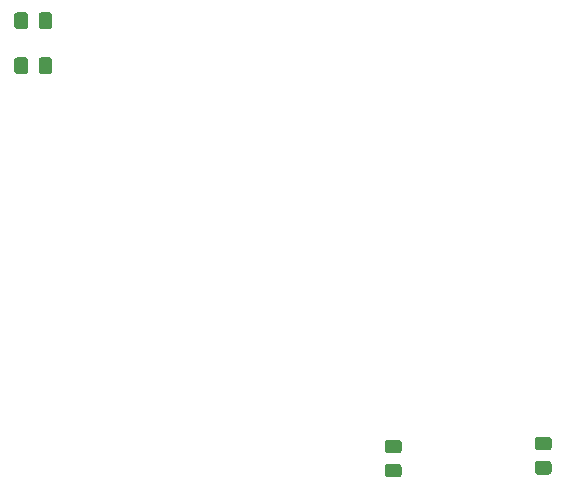
<source format=gbr>
%TF.GenerationSoftware,KiCad,Pcbnew,5.1.5-1.fc31*%
%TF.CreationDate,2020-04-02T16:35:23+02:00*%
%TF.ProjectId,avrisp-mkII-clone,61767269-7370-42d6-9d6b-49492d636c6f,1.0*%
%TF.SameCoordinates,PX54c81a0PY82ce540*%
%TF.FileFunction,Paste,Bot*%
%TF.FilePolarity,Positive*%
%FSLAX46Y46*%
G04 Gerber Fmt 4.6, Leading zero omitted, Abs format (unit mm)*
G04 Created by KiCad (PCBNEW 5.1.5-1.fc31) date 2020-04-02 16:35:23*
%MOMM*%
%LPD*%
G04 APERTURE LIST*
%ADD10C,0.150000*%
G04 APERTURE END LIST*
D10*
%TO.C,C1*%
G36*
X21694505Y48958796D02*
G01*
X21718773Y48955196D01*
X21742572Y48949235D01*
X21765671Y48940970D01*
X21787850Y48930480D01*
X21808893Y48917868D01*
X21828599Y48903253D01*
X21846777Y48886777D01*
X21863253Y48868599D01*
X21877868Y48848893D01*
X21890480Y48827850D01*
X21900970Y48805671D01*
X21909235Y48782572D01*
X21915196Y48758773D01*
X21918796Y48734505D01*
X21920000Y48710001D01*
X21920000Y47809999D01*
X21918796Y47785495D01*
X21915196Y47761227D01*
X21909235Y47737428D01*
X21900970Y47714329D01*
X21890480Y47692150D01*
X21877868Y47671107D01*
X21863253Y47651401D01*
X21846777Y47633223D01*
X21828599Y47616747D01*
X21808893Y47602132D01*
X21787850Y47589520D01*
X21765671Y47579030D01*
X21742572Y47570765D01*
X21718773Y47564804D01*
X21694505Y47561204D01*
X21670001Y47560000D01*
X21019999Y47560000D01*
X20995495Y47561204D01*
X20971227Y47564804D01*
X20947428Y47570765D01*
X20924329Y47579030D01*
X20902150Y47589520D01*
X20881107Y47602132D01*
X20861401Y47616747D01*
X20843223Y47633223D01*
X20826747Y47651401D01*
X20812132Y47671107D01*
X20799520Y47692150D01*
X20789030Y47714329D01*
X20780765Y47737428D01*
X20774804Y47761227D01*
X20771204Y47785495D01*
X20770000Y47809999D01*
X20770000Y48710001D01*
X20771204Y48734505D01*
X20774804Y48758773D01*
X20780765Y48782572D01*
X20789030Y48805671D01*
X20799520Y48827850D01*
X20812132Y48848893D01*
X20826747Y48868599D01*
X20843223Y48886777D01*
X20861401Y48903253D01*
X20881107Y48917868D01*
X20902150Y48930480D01*
X20924329Y48940970D01*
X20947428Y48949235D01*
X20971227Y48955196D01*
X20995495Y48958796D01*
X21019999Y48960000D01*
X21670001Y48960000D01*
X21694505Y48958796D01*
G37*
G36*
X19644505Y48958796D02*
G01*
X19668773Y48955196D01*
X19692572Y48949235D01*
X19715671Y48940970D01*
X19737850Y48930480D01*
X19758893Y48917868D01*
X19778599Y48903253D01*
X19796777Y48886777D01*
X19813253Y48868599D01*
X19827868Y48848893D01*
X19840480Y48827850D01*
X19850970Y48805671D01*
X19859235Y48782572D01*
X19865196Y48758773D01*
X19868796Y48734505D01*
X19870000Y48710001D01*
X19870000Y47809999D01*
X19868796Y47785495D01*
X19865196Y47761227D01*
X19859235Y47737428D01*
X19850970Y47714329D01*
X19840480Y47692150D01*
X19827868Y47671107D01*
X19813253Y47651401D01*
X19796777Y47633223D01*
X19778599Y47616747D01*
X19758893Y47602132D01*
X19737850Y47589520D01*
X19715671Y47579030D01*
X19692572Y47570765D01*
X19668773Y47564804D01*
X19644505Y47561204D01*
X19620001Y47560000D01*
X18969999Y47560000D01*
X18945495Y47561204D01*
X18921227Y47564804D01*
X18897428Y47570765D01*
X18874329Y47579030D01*
X18852150Y47589520D01*
X18831107Y47602132D01*
X18811401Y47616747D01*
X18793223Y47633223D01*
X18776747Y47651401D01*
X18762132Y47671107D01*
X18749520Y47692150D01*
X18739030Y47714329D01*
X18730765Y47737428D01*
X18724804Y47761227D01*
X18721204Y47785495D01*
X18720000Y47809999D01*
X18720000Y48710001D01*
X18721204Y48734505D01*
X18724804Y48758773D01*
X18730765Y48782572D01*
X18739030Y48805671D01*
X18749520Y48827850D01*
X18762132Y48848893D01*
X18776747Y48868599D01*
X18793223Y48886777D01*
X18811401Y48903253D01*
X18831107Y48917868D01*
X18852150Y48930480D01*
X18874329Y48940970D01*
X18897428Y48949235D01*
X18921227Y48955196D01*
X18945495Y48958796D01*
X18969999Y48960000D01*
X19620001Y48960000D01*
X19644505Y48958796D01*
G37*
%TD*%
%TO.C,R1*%
G36*
X19644505Y45148796D02*
G01*
X19668773Y45145196D01*
X19692572Y45139235D01*
X19715671Y45130970D01*
X19737850Y45120480D01*
X19758893Y45107868D01*
X19778599Y45093253D01*
X19796777Y45076777D01*
X19813253Y45058599D01*
X19827868Y45038893D01*
X19840480Y45017850D01*
X19850970Y44995671D01*
X19859235Y44972572D01*
X19865196Y44948773D01*
X19868796Y44924505D01*
X19870000Y44900001D01*
X19870000Y43999999D01*
X19868796Y43975495D01*
X19865196Y43951227D01*
X19859235Y43927428D01*
X19850970Y43904329D01*
X19840480Y43882150D01*
X19827868Y43861107D01*
X19813253Y43841401D01*
X19796777Y43823223D01*
X19778599Y43806747D01*
X19758893Y43792132D01*
X19737850Y43779520D01*
X19715671Y43769030D01*
X19692572Y43760765D01*
X19668773Y43754804D01*
X19644505Y43751204D01*
X19620001Y43750000D01*
X18969999Y43750000D01*
X18945495Y43751204D01*
X18921227Y43754804D01*
X18897428Y43760765D01*
X18874329Y43769030D01*
X18852150Y43779520D01*
X18831107Y43792132D01*
X18811401Y43806747D01*
X18793223Y43823223D01*
X18776747Y43841401D01*
X18762132Y43861107D01*
X18749520Y43882150D01*
X18739030Y43904329D01*
X18730765Y43927428D01*
X18724804Y43951227D01*
X18721204Y43975495D01*
X18720000Y43999999D01*
X18720000Y44900001D01*
X18721204Y44924505D01*
X18724804Y44948773D01*
X18730765Y44972572D01*
X18739030Y44995671D01*
X18749520Y45017850D01*
X18762132Y45038893D01*
X18776747Y45058599D01*
X18793223Y45076777D01*
X18811401Y45093253D01*
X18831107Y45107868D01*
X18852150Y45120480D01*
X18874329Y45130970D01*
X18897428Y45139235D01*
X18921227Y45145196D01*
X18945495Y45148796D01*
X18969999Y45150000D01*
X19620001Y45150000D01*
X19644505Y45148796D01*
G37*
G36*
X21694505Y45148796D02*
G01*
X21718773Y45145196D01*
X21742572Y45139235D01*
X21765671Y45130970D01*
X21787850Y45120480D01*
X21808893Y45107868D01*
X21828599Y45093253D01*
X21846777Y45076777D01*
X21863253Y45058599D01*
X21877868Y45038893D01*
X21890480Y45017850D01*
X21900970Y44995671D01*
X21909235Y44972572D01*
X21915196Y44948773D01*
X21918796Y44924505D01*
X21920000Y44900001D01*
X21920000Y43999999D01*
X21918796Y43975495D01*
X21915196Y43951227D01*
X21909235Y43927428D01*
X21900970Y43904329D01*
X21890480Y43882150D01*
X21877868Y43861107D01*
X21863253Y43841401D01*
X21846777Y43823223D01*
X21828599Y43806747D01*
X21808893Y43792132D01*
X21787850Y43779520D01*
X21765671Y43769030D01*
X21742572Y43760765D01*
X21718773Y43754804D01*
X21694505Y43751204D01*
X21670001Y43750000D01*
X21019999Y43750000D01*
X20995495Y43751204D01*
X20971227Y43754804D01*
X20947428Y43760765D01*
X20924329Y43769030D01*
X20902150Y43779520D01*
X20881107Y43792132D01*
X20861401Y43806747D01*
X20843223Y43823223D01*
X20826747Y43841401D01*
X20812132Y43861107D01*
X20799520Y43882150D01*
X20789030Y43904329D01*
X20780765Y43927428D01*
X20774804Y43951227D01*
X20771204Y43975495D01*
X20770000Y43999999D01*
X20770000Y44900001D01*
X20771204Y44924505D01*
X20774804Y44948773D01*
X20780765Y44972572D01*
X20789030Y44995671D01*
X20799520Y45017850D01*
X20812132Y45038893D01*
X20826747Y45058599D01*
X20843223Y45076777D01*
X20861401Y45093253D01*
X20881107Y45107868D01*
X20902150Y45120480D01*
X20924329Y45130970D01*
X20947428Y45139235D01*
X20971227Y45145196D01*
X20995495Y45148796D01*
X21019999Y45150000D01*
X21670001Y45150000D01*
X21694505Y45148796D01*
G37*
%TD*%
%TO.C,R3*%
G36*
X63974505Y10978796D02*
G01*
X63998773Y10975196D01*
X64022572Y10969235D01*
X64045671Y10960970D01*
X64067850Y10950480D01*
X64088893Y10937868D01*
X64108599Y10923253D01*
X64126777Y10906777D01*
X64143253Y10888599D01*
X64157868Y10868893D01*
X64170480Y10847850D01*
X64180970Y10825671D01*
X64189235Y10802572D01*
X64195196Y10778773D01*
X64198796Y10754505D01*
X64200000Y10730001D01*
X64200000Y10079999D01*
X64198796Y10055495D01*
X64195196Y10031227D01*
X64189235Y10007428D01*
X64180970Y9984329D01*
X64170480Y9962150D01*
X64157868Y9941107D01*
X64143253Y9921401D01*
X64126777Y9903223D01*
X64108599Y9886747D01*
X64088893Y9872132D01*
X64067850Y9859520D01*
X64045671Y9849030D01*
X64022572Y9840765D01*
X63998773Y9834804D01*
X63974505Y9831204D01*
X63950001Y9830000D01*
X63049999Y9830000D01*
X63025495Y9831204D01*
X63001227Y9834804D01*
X62977428Y9840765D01*
X62954329Y9849030D01*
X62932150Y9859520D01*
X62911107Y9872132D01*
X62891401Y9886747D01*
X62873223Y9903223D01*
X62856747Y9921401D01*
X62842132Y9941107D01*
X62829520Y9962150D01*
X62819030Y9984329D01*
X62810765Y10007428D01*
X62804804Y10031227D01*
X62801204Y10055495D01*
X62800000Y10079999D01*
X62800000Y10730001D01*
X62801204Y10754505D01*
X62804804Y10778773D01*
X62810765Y10802572D01*
X62819030Y10825671D01*
X62829520Y10847850D01*
X62842132Y10868893D01*
X62856747Y10888599D01*
X62873223Y10906777D01*
X62891401Y10923253D01*
X62911107Y10937868D01*
X62932150Y10950480D01*
X62954329Y10960970D01*
X62977428Y10969235D01*
X63001227Y10975196D01*
X63025495Y10978796D01*
X63049999Y10980000D01*
X63950001Y10980000D01*
X63974505Y10978796D01*
G37*
G36*
X63974505Y13028796D02*
G01*
X63998773Y13025196D01*
X64022572Y13019235D01*
X64045671Y13010970D01*
X64067850Y13000480D01*
X64088893Y12987868D01*
X64108599Y12973253D01*
X64126777Y12956777D01*
X64143253Y12938599D01*
X64157868Y12918893D01*
X64170480Y12897850D01*
X64180970Y12875671D01*
X64189235Y12852572D01*
X64195196Y12828773D01*
X64198796Y12804505D01*
X64200000Y12780001D01*
X64200000Y12129999D01*
X64198796Y12105495D01*
X64195196Y12081227D01*
X64189235Y12057428D01*
X64180970Y12034329D01*
X64170480Y12012150D01*
X64157868Y11991107D01*
X64143253Y11971401D01*
X64126777Y11953223D01*
X64108599Y11936747D01*
X64088893Y11922132D01*
X64067850Y11909520D01*
X64045671Y11899030D01*
X64022572Y11890765D01*
X63998773Y11884804D01*
X63974505Y11881204D01*
X63950001Y11880000D01*
X63049999Y11880000D01*
X63025495Y11881204D01*
X63001227Y11884804D01*
X62977428Y11890765D01*
X62954329Y11899030D01*
X62932150Y11909520D01*
X62911107Y11922132D01*
X62891401Y11936747D01*
X62873223Y11953223D01*
X62856747Y11971401D01*
X62842132Y11991107D01*
X62829520Y12012150D01*
X62819030Y12034329D01*
X62810765Y12057428D01*
X62804804Y12081227D01*
X62801204Y12105495D01*
X62800000Y12129999D01*
X62800000Y12780001D01*
X62801204Y12804505D01*
X62804804Y12828773D01*
X62810765Y12852572D01*
X62819030Y12875671D01*
X62829520Y12897850D01*
X62842132Y12918893D01*
X62856747Y12938599D01*
X62873223Y12956777D01*
X62891401Y12973253D01*
X62911107Y12987868D01*
X62932150Y13000480D01*
X62954329Y13010970D01*
X62977428Y13019235D01*
X63001227Y13025196D01*
X63025495Y13028796D01*
X63049999Y13030000D01*
X63950001Y13030000D01*
X63974505Y13028796D01*
G37*
%TD*%
%TO.C,R4*%
G36*
X51274505Y12783796D02*
G01*
X51298773Y12780196D01*
X51322572Y12774235D01*
X51345671Y12765970D01*
X51367850Y12755480D01*
X51388893Y12742868D01*
X51408599Y12728253D01*
X51426777Y12711777D01*
X51443253Y12693599D01*
X51457868Y12673893D01*
X51470480Y12652850D01*
X51480970Y12630671D01*
X51489235Y12607572D01*
X51495196Y12583773D01*
X51498796Y12559505D01*
X51500000Y12535001D01*
X51500000Y11884999D01*
X51498796Y11860495D01*
X51495196Y11836227D01*
X51489235Y11812428D01*
X51480970Y11789329D01*
X51470480Y11767150D01*
X51457868Y11746107D01*
X51443253Y11726401D01*
X51426777Y11708223D01*
X51408599Y11691747D01*
X51388893Y11677132D01*
X51367850Y11664520D01*
X51345671Y11654030D01*
X51322572Y11645765D01*
X51298773Y11639804D01*
X51274505Y11636204D01*
X51250001Y11635000D01*
X50349999Y11635000D01*
X50325495Y11636204D01*
X50301227Y11639804D01*
X50277428Y11645765D01*
X50254329Y11654030D01*
X50232150Y11664520D01*
X50211107Y11677132D01*
X50191401Y11691747D01*
X50173223Y11708223D01*
X50156747Y11726401D01*
X50142132Y11746107D01*
X50129520Y11767150D01*
X50119030Y11789329D01*
X50110765Y11812428D01*
X50104804Y11836227D01*
X50101204Y11860495D01*
X50100000Y11884999D01*
X50100000Y12535001D01*
X50101204Y12559505D01*
X50104804Y12583773D01*
X50110765Y12607572D01*
X50119030Y12630671D01*
X50129520Y12652850D01*
X50142132Y12673893D01*
X50156747Y12693599D01*
X50173223Y12711777D01*
X50191401Y12728253D01*
X50211107Y12742868D01*
X50232150Y12755480D01*
X50254329Y12765970D01*
X50277428Y12774235D01*
X50301227Y12780196D01*
X50325495Y12783796D01*
X50349999Y12785000D01*
X51250001Y12785000D01*
X51274505Y12783796D01*
G37*
G36*
X51274505Y10733796D02*
G01*
X51298773Y10730196D01*
X51322572Y10724235D01*
X51345671Y10715970D01*
X51367850Y10705480D01*
X51388893Y10692868D01*
X51408599Y10678253D01*
X51426777Y10661777D01*
X51443253Y10643599D01*
X51457868Y10623893D01*
X51470480Y10602850D01*
X51480970Y10580671D01*
X51489235Y10557572D01*
X51495196Y10533773D01*
X51498796Y10509505D01*
X51500000Y10485001D01*
X51500000Y9834999D01*
X51498796Y9810495D01*
X51495196Y9786227D01*
X51489235Y9762428D01*
X51480970Y9739329D01*
X51470480Y9717150D01*
X51457868Y9696107D01*
X51443253Y9676401D01*
X51426777Y9658223D01*
X51408599Y9641747D01*
X51388893Y9627132D01*
X51367850Y9614520D01*
X51345671Y9604030D01*
X51322572Y9595765D01*
X51298773Y9589804D01*
X51274505Y9586204D01*
X51250001Y9585000D01*
X50349999Y9585000D01*
X50325495Y9586204D01*
X50301227Y9589804D01*
X50277428Y9595765D01*
X50254329Y9604030D01*
X50232150Y9614520D01*
X50211107Y9627132D01*
X50191401Y9641747D01*
X50173223Y9658223D01*
X50156747Y9676401D01*
X50142132Y9696107D01*
X50129520Y9717150D01*
X50119030Y9739329D01*
X50110765Y9762428D01*
X50104804Y9786227D01*
X50101204Y9810495D01*
X50100000Y9834999D01*
X50100000Y10485001D01*
X50101204Y10509505D01*
X50104804Y10533773D01*
X50110765Y10557572D01*
X50119030Y10580671D01*
X50129520Y10602850D01*
X50142132Y10623893D01*
X50156747Y10643599D01*
X50173223Y10661777D01*
X50191401Y10678253D01*
X50211107Y10692868D01*
X50232150Y10705480D01*
X50254329Y10715970D01*
X50277428Y10724235D01*
X50301227Y10730196D01*
X50325495Y10733796D01*
X50349999Y10735000D01*
X51250001Y10735000D01*
X51274505Y10733796D01*
G37*
%TD*%
M02*

</source>
